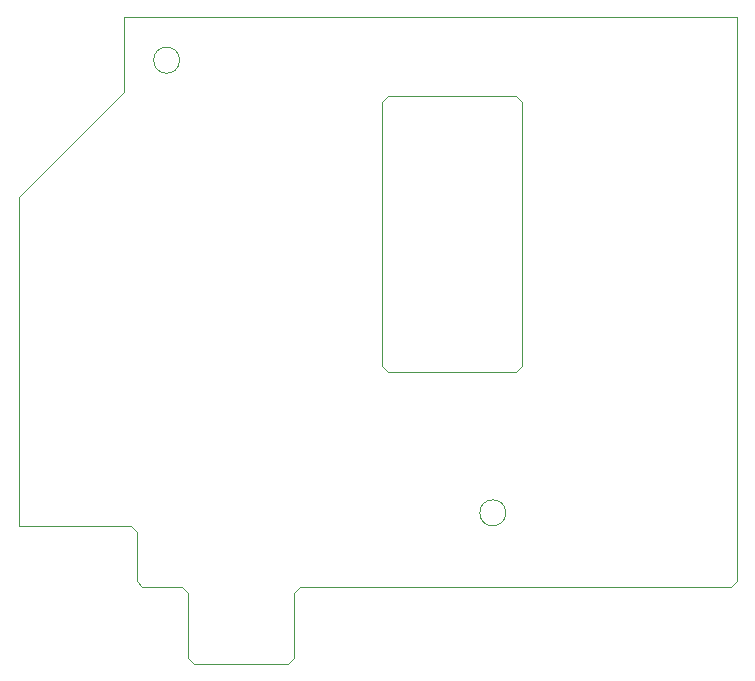
<source format=gbr>
%TF.GenerationSoftware,KiCad,Pcbnew,(after 2015-may-01 BZR unknown)-product*%
%TF.CreationDate,2015-11-16T19:53:27+09:00*%
%TF.JobID,HandBoard_v1,48616E64426F6172645F76312E6B6963,rev?*%
%TF.FileFunction,Profile,NP*%
%FSLAX46Y46*%
G04 Gerber Fmt 4.6, Leading zero omitted, Abs format (unit mm)*
G04 Created by KiCad (PCBNEW (after 2015-may-01 BZR unknown)-product) date 2015/11/16 19:53:27*
%MOMM*%
G01*
G04 APERTURE LIST*
%ADD10C,0.100000*%
G04 APERTURE END LIST*
D10*
X-37530000Y-48990000D02*
X-37530000Y-54530000D01*
X-46030000Y-55030000D02*
X-38030000Y-55030000D01*
X-37530000Y-54530000D02*
X-38030000Y-55030000D01*
X-46530000Y-48960000D02*
X-46530000Y-54530000D01*
X-46530000Y-54530000D02*
X-46030000Y-55030000D01*
X-50360000Y-48460000D02*
X-47030000Y-48460000D01*
X-47030000Y-48460000D02*
X-46530000Y-48960000D01*
X-50870000Y-43860000D02*
X-50870000Y-47960000D01*
X-50370000Y-48460000D02*
X-50360000Y-48460000D01*
X-50870000Y-47960000D02*
X-50370000Y-48460000D01*
X-60860000Y-43370000D02*
X-51360000Y-43370000D01*
X-51360000Y-43370000D02*
X-50870000Y-43860000D01*
X-60000Y-240000D02*
X-51950000Y-240000D01*
X-60000Y-47990000D02*
X-60000Y-240000D01*
X-560000Y-48490000D02*
X-60000Y-47990000D01*
X-37030000Y-48490000D02*
X-560000Y-48490000D01*
X-37530000Y-48990000D02*
X-37030000Y-48490000D01*
X-60860000Y-15480000D02*
X-60860000Y-43370000D01*
X-51950000Y-6570000D02*
X-60860000Y-15480000D01*
X-51950000Y-240000D02*
X-51950000Y-6570000D01*
X-18710000Y-6920000D02*
X-29620000Y-6920000D01*
X-18220000Y-7410000D02*
X-18710000Y-6920000D01*
X-18220000Y-29810000D02*
X-18220000Y-7410000D01*
X-18720000Y-30310000D02*
X-18220000Y-29810000D01*
X-29620000Y-30310000D02*
X-18720000Y-30310000D01*
X-30110000Y-29820000D02*
X-29620000Y-30310000D01*
X-30110000Y-7410000D02*
X-30110000Y-29820000D01*
X-29620000Y-6920000D02*
X-30110000Y-7410000D01*
X-19610400Y-42212800D02*
G75*
G03X-19610400Y-42212800I-1100000J0D01*
G01*
X-47230400Y-3892800D02*
G75*
G03X-47230400Y-3892800I-1100000J0D01*
G01*
M02*

</source>
